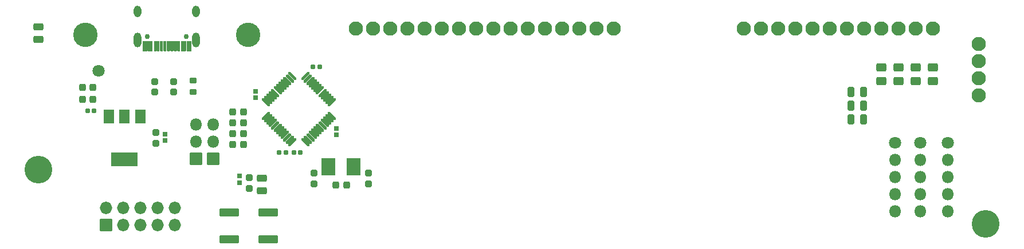
<source format=gbr>
%TF.GenerationSoftware,KiCad,Pcbnew,(6.0.1-0)*%
%TF.CreationDate,2022-01-17T22:32:28+01:00*%
%TF.ProjectId,modelh,6d6f6465-6c68-42e6-9b69-6361645f7063,v0.1*%
%TF.SameCoordinates,Original*%
%TF.FileFunction,Soldermask,Top*%
%TF.FilePolarity,Negative*%
%FSLAX46Y46*%
G04 Gerber Fmt 4.6, Leading zero omitted, Abs format (unit mm)*
G04 Created by KiCad (PCBNEW (6.0.1-0)) date 2022-01-17 22:32:28*
%MOMM*%
%LPD*%
G01*
G04 APERTURE LIST*
G04 Aperture macros list*
%AMRoundRect*
0 Rectangle with rounded corners*
0 $1 Rounding radius*
0 $2 $3 $4 $5 $6 $7 $8 $9 X,Y pos of 4 corners*
0 Add a 4 corners polygon primitive as box body*
4,1,4,$2,$3,$4,$5,$6,$7,$8,$9,$2,$3,0*
0 Add four circle primitives for the rounded corners*
1,1,$1+$1,$2,$3*
1,1,$1+$1,$4,$5*
1,1,$1+$1,$6,$7*
1,1,$1+$1,$8,$9*
0 Add four rect primitives between the rounded corners*
20,1,$1+$1,$2,$3,$4,$5,0*
20,1,$1+$1,$4,$5,$6,$7,0*
20,1,$1+$1,$6,$7,$8,$9,0*
20,1,$1+$1,$8,$9,$2,$3,0*%
G04 Aperture macros list end*
%ADD10C,2.101600*%
%ADD11C,3.601600*%
%ADD12C,4.101600*%
%ADD13RoundRect,0.269550X-0.256250X0.218750X-0.256250X-0.218750X0.256250X-0.218750X0.256250X0.218750X0*%
%ADD14RoundRect,0.269550X0.256250X-0.218750X0.256250X0.218750X-0.256250X0.218750X-0.256250X-0.218750X0*%
%ADD15RoundRect,0.050800X-0.750000X1.000000X-0.750000X-1.000000X0.750000X-1.000000X0.750000X1.000000X0*%
%ADD16RoundRect,0.050800X-1.900000X1.000000X-1.900000X-1.000000X1.900000X-1.000000X1.900000X1.000000X0*%
%ADD17RoundRect,0.269550X-0.218750X-0.256250X0.218750X-0.256250X0.218750X0.256250X-0.218750X0.256250X0*%
%ADD18RoundRect,0.269550X0.218750X0.256250X-0.218750X0.256250X-0.218750X-0.256250X0.218750X-0.256250X0*%
%ADD19RoundRect,0.050800X0.863600X-0.863600X0.863600X0.863600X-0.863600X0.863600X-0.863600X-0.863600X0*%
%ADD20O,1.828800X1.828800*%
%ADD21RoundRect,0.198300X0.172500X-0.147500X0.172500X0.147500X-0.172500X0.147500X-0.172500X-0.147500X0*%
%ADD22RoundRect,0.198300X0.147500X0.172500X-0.147500X0.172500X-0.147500X-0.172500X0.147500X-0.172500X0*%
%ADD23RoundRect,0.050800X1.375000X0.500000X-1.375000X0.500000X-1.375000X-0.500000X1.375000X-0.500000X0*%
%ADD24RoundRect,0.050800X0.850000X0.850000X-0.850000X0.850000X-0.850000X-0.850000X0.850000X-0.850000X0*%
%ADD25O,1.801600X1.801600*%
%ADD26RoundRect,0.125800X0.521491X-0.415425X-0.415425X0.521491X-0.521491X0.415425X0.415425X-0.521491X0*%
%ADD27RoundRect,0.125800X0.521491X0.415425X0.415425X0.521491X-0.521491X-0.415425X-0.415425X-0.521491X0*%
%ADD28C,1.801600*%
%ADD29RoundRect,0.050800X1.000000X1.200000X-1.000000X1.200000X-1.000000X-1.200000X1.000000X-1.200000X0*%
%ADD30RoundRect,0.294550X0.456250X-0.243750X0.456250X0.243750X-0.456250X0.243750X-0.456250X-0.243750X0*%
%ADD31RoundRect,0.198300X-0.172500X0.147500X-0.172500X-0.147500X0.172500X-0.147500X0.172500X0.147500X0*%
%ADD32RoundRect,0.300800X-0.450000X0.325000X-0.450000X-0.325000X0.450000X-0.325000X0.450000X0.325000X0*%
%ADD33RoundRect,0.294550X0.243750X0.456250X-0.243750X0.456250X-0.243750X-0.456250X0.243750X-0.456250X0*%
%ADD34RoundRect,0.198300X-0.147500X-0.172500X0.147500X-0.172500X0.147500X0.172500X-0.147500X0.172500X0*%
%ADD35RoundRect,0.294550X-0.456250X0.243750X-0.456250X-0.243750X0.456250X-0.243750X0.456250X0.243750X0*%
%ADD36C,0.751600*%
%ADD37RoundRect,0.050800X0.300000X0.725000X-0.300000X0.725000X-0.300000X-0.725000X0.300000X-0.725000X0*%
%ADD38RoundRect,0.050800X0.150000X0.725000X-0.150000X0.725000X-0.150000X-0.725000X0.150000X-0.725000X0*%
%ADD39O,1.101600X1.701600*%
%ADD40O,1.101600X2.201600*%
%ADD41RoundRect,0.250800X0.275000X-0.200000X0.275000X0.200000X-0.275000X0.200000X-0.275000X-0.200000X0*%
G04 APERTURE END LIST*
D10*
%TO.C,LEDs1*%
X208750000Y-53300000D03*
X208750000Y-55840000D03*
X208750000Y-58380000D03*
X208750000Y-60920000D03*
%TD*%
D11*
%TO.C,REF\u002A\u002A*%
X76770000Y-51990000D03*
%TD*%
%TO.C,REF\u002A\u002A*%
X100770000Y-51990000D03*
%TD*%
D12*
%TO.C,REF\u002A\u002A*%
X69770000Y-71990000D03*
%TD*%
%TO.C,REF\u002A\u002A*%
X209770000Y-79990000D03*
%TD*%
D13*
%TO.C,R3*%
X89770000Y-58890000D03*
X89770000Y-60465000D03*
%TD*%
D14*
%TO.C,C3*%
X87170000Y-68027500D03*
X87170000Y-66452500D03*
%TD*%
D15*
%TO.C,U2*%
X84820000Y-64090000D03*
D16*
X82520000Y-70390000D03*
D15*
X82520000Y-64090000D03*
X80220000Y-64090000D03*
%TD*%
D13*
%TO.C,R4*%
X86970000Y-58902500D03*
X86970000Y-60477500D03*
%TD*%
D17*
%TO.C,R5*%
X98482500Y-66640000D03*
X100057500Y-66640000D03*
%TD*%
D18*
%TO.C,R10*%
X100057500Y-65040000D03*
X98482500Y-65040000D03*
%TD*%
D19*
%TO.C,Debug1*%
X79770000Y-80140000D03*
D20*
X79770000Y-77600000D03*
X82310000Y-80140000D03*
X82310000Y-77600000D03*
X84850000Y-80140000D03*
X84850000Y-77600000D03*
X87390000Y-80140000D03*
X87390000Y-77600000D03*
X89930000Y-80140000D03*
X89930000Y-77600000D03*
%TD*%
D13*
%TO.C,C5*%
X118520000Y-72452500D03*
X118520000Y-74027500D03*
%TD*%
D18*
%TO.C,R6*%
X115307500Y-74240000D03*
X113732500Y-74240000D03*
%TD*%
D21*
%TO.C,C10*%
X101870000Y-61325000D03*
X101870000Y-60355000D03*
%TD*%
D22*
%TO.C,C12*%
X108505000Y-69440000D03*
X107535000Y-69440000D03*
%TD*%
D23*
%TO.C,SW1*%
X97990000Y-82290000D03*
X103750000Y-82290000D03*
X103750000Y-78290000D03*
X97990000Y-78290000D03*
%TD*%
D24*
%TO.C,boot_selector1*%
X95610000Y-70340000D03*
X93070000Y-70340000D03*
D25*
X95610000Y-67800000D03*
X93070000Y-67800000D03*
X95610000Y-65260000D03*
X93070000Y-65260000D03*
%TD*%
D22*
%TO.C,C2*%
X78040000Y-63240000D03*
X77070000Y-63240000D03*
%TD*%
D21*
%TO.C,C4*%
X88470000Y-67675000D03*
X88470000Y-66705000D03*
%TD*%
D26*
%TO.C,U1*%
X109268788Y-67877876D03*
X109622342Y-67524322D03*
X109975895Y-67170769D03*
X110329449Y-66817215D03*
X110683002Y-66463662D03*
X111036555Y-66110109D03*
X111390109Y-65756555D03*
X111743662Y-65403002D03*
X112097215Y-65049449D03*
X112450769Y-64695895D03*
X112804322Y-64342342D03*
X113157876Y-63988788D03*
D27*
X113157876Y-61991212D03*
X112804322Y-61637658D03*
X112450769Y-61284105D03*
X112097215Y-60930551D03*
X111743662Y-60576998D03*
X111390109Y-60223445D03*
X111036555Y-59869891D03*
X110683002Y-59516338D03*
X110329449Y-59162785D03*
X109975895Y-58809231D03*
X109622342Y-58455678D03*
X109268788Y-58102124D03*
D26*
X107271212Y-58102124D03*
X106917658Y-58455678D03*
X106564105Y-58809231D03*
X106210551Y-59162785D03*
X105856998Y-59516338D03*
X105503445Y-59869891D03*
X105149891Y-60223445D03*
X104796338Y-60576998D03*
X104442785Y-60930551D03*
X104089231Y-61284105D03*
X103735678Y-61637658D03*
X103382124Y-61991212D03*
D27*
X103382124Y-63988788D03*
X103735678Y-64342342D03*
X104089231Y-64695895D03*
X104442785Y-65049449D03*
X104796338Y-65403002D03*
X105149891Y-65756555D03*
X105503445Y-66110109D03*
X105856998Y-66463662D03*
X106210551Y-66817215D03*
X106564105Y-67170769D03*
X106917658Y-67524322D03*
X107271212Y-67877876D03*
%TD*%
D22*
%TO.C,C14*%
X106355000Y-69440000D03*
X105385000Y-69440000D03*
%TD*%
D28*
%TO.C,custom_leds_C1*%
X204170000Y-67940000D03*
D25*
X204170000Y-70480000D03*
X204170000Y-73020000D03*
X204170000Y-75560000D03*
X204170000Y-78100000D03*
%TD*%
D13*
%TO.C,C6*%
X110520000Y-72452500D03*
X110520000Y-74027500D03*
%TD*%
D28*
%TO.C,custom_leds_B1*%
X200070000Y-67940000D03*
D25*
X200070000Y-70480000D03*
X200070000Y-73020000D03*
X200070000Y-75560000D03*
X200070000Y-78100000D03*
%TD*%
D28*
%TO.C,custom_leds_A1*%
X196370000Y-67940000D03*
D25*
X196370000Y-70480000D03*
X196370000Y-73020000D03*
X196370000Y-75560000D03*
X196370000Y-78100000D03*
%TD*%
D29*
%TO.C,Y1*%
X116370000Y-71490000D03*
X112670000Y-71490000D03*
%TD*%
D30*
%TO.C,LED2*%
X102770000Y-75077500D03*
X102770000Y-73202500D03*
%TD*%
D13*
%TO.C,R2*%
X100970000Y-73152500D03*
X100970000Y-74727500D03*
%TD*%
D18*
%TO.C,R17*%
X100057500Y-68240000D03*
X98482500Y-68240000D03*
%TD*%
%TO.C,R18*%
X100057500Y-63440000D03*
X98482500Y-63440000D03*
%TD*%
D10*
%TO.C,Rows1*%
X173990000Y-51000000D03*
X176530000Y-51000000D03*
X179070000Y-51000000D03*
X181610000Y-51000000D03*
X184150000Y-51000000D03*
X186690000Y-51000000D03*
X189230000Y-51000000D03*
X191770000Y-51000000D03*
X194310000Y-51000000D03*
X196850000Y-51000000D03*
X199390000Y-51000000D03*
X201930000Y-51000000D03*
%TD*%
D31*
%TO.C,C9*%
X99470000Y-72905000D03*
X99470000Y-73875000D03*
%TD*%
D32*
%TO.C,R13*%
X196850000Y-56815000D03*
X196850000Y-58865000D03*
%TD*%
%TO.C,R12*%
X194310000Y-56790000D03*
X194310000Y-58840000D03*
%TD*%
%TO.C,R15*%
X201930000Y-56760000D03*
X201930000Y-58810000D03*
%TD*%
%TO.C,R14*%
X199390000Y-56815000D03*
X199390000Y-58865000D03*
%TD*%
D33*
%TO.C,R7*%
X191737500Y-60440000D03*
X189862500Y-60440000D03*
%TD*%
%TO.C,R8*%
X191737500Y-62470000D03*
X189862500Y-62470000D03*
%TD*%
%TO.C,R9*%
X191737500Y-64540000D03*
X189862500Y-64540000D03*
%TD*%
D34*
%TO.C,C13*%
X110385000Y-56740000D03*
X111355000Y-56740000D03*
%TD*%
D10*
%TO.C,Columns1*%
X116700000Y-51000000D03*
X119240000Y-51000000D03*
X121780000Y-51000000D03*
X124320000Y-51000000D03*
X126860000Y-51000000D03*
X129400000Y-51000000D03*
X131940000Y-51000000D03*
X134480000Y-51000000D03*
X137020000Y-51000000D03*
X139560000Y-51000000D03*
X142100000Y-51000000D03*
X144640000Y-51000000D03*
X147180000Y-51000000D03*
X149720000Y-51000000D03*
X152260000Y-51000000D03*
X154800000Y-51000000D03*
%TD*%
D28*
%TO.C,TP1*%
X78670000Y-57340000D03*
%TD*%
D18*
%TO.C,C1*%
X77870000Y-61540000D03*
X76295000Y-61540000D03*
%TD*%
D35*
%TO.C,LED1*%
X69770000Y-50802500D03*
X69770000Y-52677500D03*
%TD*%
D17*
%TO.C,R1*%
X76282500Y-59740000D03*
X77857500Y-59740000D03*
%TD*%
D31*
%TO.C,C11*%
X113800000Y-65815000D03*
X113800000Y-66785000D03*
%TD*%
D36*
%TO.C,USB_C1*%
X85880000Y-52190000D03*
X91660000Y-52190000D03*
D37*
X92020000Y-53635000D03*
X91220000Y-53635000D03*
D38*
X90020000Y-53635000D03*
X89020000Y-53635000D03*
X88520000Y-53635000D03*
X87520000Y-53635000D03*
D37*
X86320000Y-53635000D03*
X85520000Y-53635000D03*
X85520000Y-53635000D03*
X86320000Y-53635000D03*
D38*
X87020000Y-53635000D03*
X88020000Y-53635000D03*
X89520000Y-53635000D03*
X90520000Y-53635000D03*
D37*
X91220000Y-53635000D03*
X92020000Y-53635000D03*
D39*
X84450000Y-48540000D03*
D40*
X84450000Y-52720000D03*
X93090000Y-52720000D03*
D39*
X93090000Y-48540000D03*
%TD*%
D41*
%TO.C,R11*%
X92670000Y-60415000D03*
X92670000Y-58765000D03*
%TD*%
G36*
X107527335Y-67200033D02*
G01*
X107527365Y-67200941D01*
X107520101Y-67237456D01*
X107540652Y-67268215D01*
X107577153Y-67275476D01*
X107594006Y-67268495D01*
X107595989Y-67268756D01*
X107596754Y-67270604D01*
X107596185Y-67271757D01*
X106664881Y-68203061D01*
X106662949Y-68203579D01*
X106661535Y-68202165D01*
X106661505Y-68201257D01*
X106668769Y-68164742D01*
X106648218Y-68133983D01*
X106611717Y-68126722D01*
X106594864Y-68133703D01*
X106592881Y-68133442D01*
X106592116Y-68131594D01*
X106592685Y-68130441D01*
X107523989Y-67199137D01*
X107525921Y-67198619D01*
X107527335Y-67200033D01*
G37*
G36*
X109016223Y-67199349D02*
G01*
X109947527Y-68130653D01*
X109948045Y-68132585D01*
X109946631Y-68133999D01*
X109945723Y-68134029D01*
X109909208Y-68126765D01*
X109878449Y-68147316D01*
X109871188Y-68183817D01*
X109878169Y-68200670D01*
X109877908Y-68202653D01*
X109876060Y-68203418D01*
X109874907Y-68202849D01*
X108943603Y-67271545D01*
X108943085Y-67269613D01*
X108944499Y-67268199D01*
X108945407Y-67268169D01*
X108981922Y-67275433D01*
X109012681Y-67254882D01*
X109019942Y-67218381D01*
X109012961Y-67201528D01*
X109013222Y-67199545D01*
X109015070Y-67198780D01*
X109016223Y-67199349D01*
G37*
G36*
X107173783Y-66846479D02*
G01*
X107173813Y-66847387D01*
X107166549Y-66883900D01*
X107187101Y-66914659D01*
X107223602Y-66921920D01*
X107240453Y-66914940D01*
X107242436Y-66915201D01*
X107243201Y-66917049D01*
X107242632Y-66918202D01*
X106311326Y-67849508D01*
X106309394Y-67850026D01*
X106307980Y-67848612D01*
X106307950Y-67847704D01*
X106315214Y-67811191D01*
X106294662Y-67780432D01*
X106258161Y-67773171D01*
X106241310Y-67780151D01*
X106239327Y-67779890D01*
X106238562Y-67778042D01*
X106239131Y-67776889D01*
X107170437Y-66845583D01*
X107172369Y-66845065D01*
X107173783Y-66846479D01*
G37*
G36*
X109369775Y-66845795D02*
G01*
X110301081Y-67777101D01*
X110301599Y-67779033D01*
X110300185Y-67780447D01*
X110299277Y-67780477D01*
X110262764Y-67773213D01*
X110232005Y-67793765D01*
X110224744Y-67830266D01*
X110231724Y-67847117D01*
X110231463Y-67849100D01*
X110229615Y-67849865D01*
X110228462Y-67849296D01*
X109297156Y-66917990D01*
X109296638Y-66916058D01*
X109298052Y-66914644D01*
X109298960Y-66914614D01*
X109335473Y-66921878D01*
X109366232Y-66901326D01*
X109373493Y-66864825D01*
X109366513Y-66847974D01*
X109366774Y-66845991D01*
X109368622Y-66845226D01*
X109369775Y-66845795D01*
G37*
G36*
X106820228Y-66492926D02*
G01*
X106820258Y-66493834D01*
X106812994Y-66530349D01*
X106833545Y-66561108D01*
X106870046Y-66568369D01*
X106886899Y-66561388D01*
X106888882Y-66561649D01*
X106889647Y-66563497D01*
X106889078Y-66564650D01*
X105957774Y-67495954D01*
X105955842Y-67496472D01*
X105954428Y-67495058D01*
X105954398Y-67494150D01*
X105961662Y-67457635D01*
X105941111Y-67426876D01*
X105904610Y-67419615D01*
X105887757Y-67426596D01*
X105885774Y-67426335D01*
X105885009Y-67424487D01*
X105885578Y-67423334D01*
X106816882Y-66492030D01*
X106818814Y-66491512D01*
X106820228Y-66492926D01*
G37*
G36*
X109723330Y-66492242D02*
G01*
X110654634Y-67423546D01*
X110655152Y-67425478D01*
X110653738Y-67426892D01*
X110652830Y-67426922D01*
X110616315Y-67419658D01*
X110585556Y-67440209D01*
X110578295Y-67476710D01*
X110585276Y-67493563D01*
X110585015Y-67495546D01*
X110583167Y-67496311D01*
X110582014Y-67495742D01*
X109650710Y-66564438D01*
X109650192Y-66562506D01*
X109651606Y-66561092D01*
X109652514Y-66561062D01*
X109689029Y-66568326D01*
X109719788Y-66547775D01*
X109727049Y-66511274D01*
X109720068Y-66494421D01*
X109720329Y-66492438D01*
X109722177Y-66491673D01*
X109723330Y-66492242D01*
G37*
G36*
X106466676Y-66139372D02*
G01*
X106466706Y-66140280D01*
X106459442Y-66176793D01*
X106479994Y-66207552D01*
X106516495Y-66214813D01*
X106533346Y-66207833D01*
X106535329Y-66208094D01*
X106536094Y-66209942D01*
X106535525Y-66211095D01*
X105604219Y-67142401D01*
X105602287Y-67142919D01*
X105600873Y-67141505D01*
X105600843Y-67140597D01*
X105608107Y-67104084D01*
X105587555Y-67073325D01*
X105551054Y-67066064D01*
X105534203Y-67073044D01*
X105532220Y-67072783D01*
X105531455Y-67070935D01*
X105532024Y-67069782D01*
X106463330Y-66138476D01*
X106465262Y-66137958D01*
X106466676Y-66139372D01*
G37*
G36*
X110076882Y-66138688D02*
G01*
X111008188Y-67069994D01*
X111008706Y-67071926D01*
X111007292Y-67073340D01*
X111006384Y-67073370D01*
X110969871Y-67066106D01*
X110939112Y-67086658D01*
X110931851Y-67123159D01*
X110938831Y-67140010D01*
X110938570Y-67141993D01*
X110936722Y-67142758D01*
X110935569Y-67142189D01*
X110004263Y-66210883D01*
X110003745Y-66208951D01*
X110005159Y-66207537D01*
X110006067Y-66207507D01*
X110042580Y-66214771D01*
X110073339Y-66194219D01*
X110080600Y-66157718D01*
X110073620Y-66140867D01*
X110073881Y-66138884D01*
X110075729Y-66138119D01*
X110076882Y-66138688D01*
G37*
G36*
X106113123Y-65785819D02*
G01*
X106113153Y-65786727D01*
X106105889Y-65823240D01*
X106126441Y-65853999D01*
X106162942Y-65861260D01*
X106179793Y-65854280D01*
X106181776Y-65854541D01*
X106182541Y-65856389D01*
X106181972Y-65857542D01*
X105250666Y-66788848D01*
X105248734Y-66789366D01*
X105247320Y-66787952D01*
X105247290Y-66787044D01*
X105254554Y-66750531D01*
X105234002Y-66719772D01*
X105197501Y-66712511D01*
X105180650Y-66719491D01*
X105178667Y-66719230D01*
X105177902Y-66717382D01*
X105178471Y-66716229D01*
X106109777Y-65784923D01*
X106111709Y-65784405D01*
X106113123Y-65785819D01*
G37*
G36*
X110430435Y-65785135D02*
G01*
X111361741Y-66716441D01*
X111362259Y-66718373D01*
X111360845Y-66719787D01*
X111359937Y-66719817D01*
X111323424Y-66712553D01*
X111292665Y-66733105D01*
X111285404Y-66769606D01*
X111292384Y-66786457D01*
X111292123Y-66788440D01*
X111290275Y-66789205D01*
X111289122Y-66788636D01*
X110357816Y-65857330D01*
X110357298Y-65855398D01*
X110358712Y-65853984D01*
X110359620Y-65853954D01*
X110396133Y-65861218D01*
X110426892Y-65840666D01*
X110434153Y-65804165D01*
X110427173Y-65787314D01*
X110427434Y-65785331D01*
X110429282Y-65784566D01*
X110430435Y-65785135D01*
G37*
G36*
X105759568Y-65432266D02*
G01*
X105759598Y-65433174D01*
X105752334Y-65469689D01*
X105772885Y-65500448D01*
X105809386Y-65507709D01*
X105826239Y-65500728D01*
X105828222Y-65500989D01*
X105828987Y-65502837D01*
X105828418Y-65503990D01*
X104897114Y-66435294D01*
X104895182Y-66435812D01*
X104893768Y-66434398D01*
X104893738Y-66433490D01*
X104901002Y-66396975D01*
X104880451Y-66366216D01*
X104843950Y-66358955D01*
X104827097Y-66365936D01*
X104825114Y-66365675D01*
X104824349Y-66363827D01*
X104824918Y-66362674D01*
X105756222Y-65431370D01*
X105758154Y-65430852D01*
X105759568Y-65432266D01*
G37*
G36*
X110783990Y-65431582D02*
G01*
X111715294Y-66362886D01*
X111715812Y-66364818D01*
X111714398Y-66366232D01*
X111713490Y-66366262D01*
X111676975Y-66358998D01*
X111646216Y-66379549D01*
X111638955Y-66416050D01*
X111645936Y-66432903D01*
X111645675Y-66434886D01*
X111643827Y-66435651D01*
X111642674Y-66435082D01*
X110711370Y-65503778D01*
X110710852Y-65501846D01*
X110712266Y-65500432D01*
X110713174Y-65500402D01*
X110749689Y-65507666D01*
X110780448Y-65487115D01*
X110787709Y-65450614D01*
X110780728Y-65433761D01*
X110780989Y-65431778D01*
X110782837Y-65431013D01*
X110783990Y-65431582D01*
G37*
G36*
X105406016Y-65078712D02*
G01*
X105406046Y-65079620D01*
X105398782Y-65116133D01*
X105419334Y-65146892D01*
X105455835Y-65154153D01*
X105472686Y-65147173D01*
X105474669Y-65147434D01*
X105475434Y-65149282D01*
X105474865Y-65150435D01*
X104543559Y-66081741D01*
X104541627Y-66082259D01*
X104540213Y-66080845D01*
X104540183Y-66079937D01*
X104547447Y-66043424D01*
X104526895Y-66012665D01*
X104490394Y-66005404D01*
X104473543Y-66012384D01*
X104471560Y-66012123D01*
X104470795Y-66010275D01*
X104471364Y-66009122D01*
X105402670Y-65077816D01*
X105404602Y-65077298D01*
X105406016Y-65078712D01*
G37*
G36*
X111137542Y-65078028D02*
G01*
X112068848Y-66009334D01*
X112069366Y-66011266D01*
X112067952Y-66012680D01*
X112067044Y-66012710D01*
X112030531Y-66005446D01*
X111999772Y-66025998D01*
X111992511Y-66062499D01*
X111999491Y-66079350D01*
X111999230Y-66081333D01*
X111997382Y-66082098D01*
X111996229Y-66081529D01*
X111064923Y-65150223D01*
X111064405Y-65148291D01*
X111065819Y-65146877D01*
X111066727Y-65146847D01*
X111103240Y-65154111D01*
X111133999Y-65133559D01*
X111141260Y-65097058D01*
X111134280Y-65080207D01*
X111134541Y-65078224D01*
X111136389Y-65077459D01*
X111137542Y-65078028D01*
G37*
G36*
X105052463Y-64725159D02*
G01*
X105052493Y-64726067D01*
X105045229Y-64762580D01*
X105065781Y-64793339D01*
X105102282Y-64800600D01*
X105119133Y-64793620D01*
X105121116Y-64793881D01*
X105121881Y-64795729D01*
X105121312Y-64796882D01*
X104190006Y-65728188D01*
X104188074Y-65728706D01*
X104186660Y-65727292D01*
X104186630Y-65726384D01*
X104193894Y-65689871D01*
X104173342Y-65659112D01*
X104136841Y-65651851D01*
X104119990Y-65658831D01*
X104118007Y-65658570D01*
X104117242Y-65656722D01*
X104117811Y-65655569D01*
X105049117Y-64724263D01*
X105051049Y-64723745D01*
X105052463Y-64725159D01*
G37*
G36*
X111491095Y-64724475D02*
G01*
X112422401Y-65655781D01*
X112422919Y-65657713D01*
X112421505Y-65659127D01*
X112420597Y-65659157D01*
X112384084Y-65651893D01*
X112353325Y-65672445D01*
X112346064Y-65708946D01*
X112353044Y-65725797D01*
X112352783Y-65727780D01*
X112350935Y-65728545D01*
X112349782Y-65727976D01*
X111418476Y-64796670D01*
X111417958Y-64794738D01*
X111419372Y-64793324D01*
X111420280Y-64793294D01*
X111456793Y-64800558D01*
X111487552Y-64780006D01*
X111494813Y-64743505D01*
X111487833Y-64726654D01*
X111488094Y-64724671D01*
X111489942Y-64723906D01*
X111491095Y-64724475D01*
G37*
G36*
X104698908Y-64371606D02*
G01*
X104698938Y-64372514D01*
X104691674Y-64409029D01*
X104712225Y-64439788D01*
X104748726Y-64447049D01*
X104765579Y-64440068D01*
X104767562Y-64440329D01*
X104768327Y-64442177D01*
X104767758Y-64443330D01*
X103836454Y-65374634D01*
X103834522Y-65375152D01*
X103833108Y-65373738D01*
X103833078Y-65372830D01*
X103840342Y-65336315D01*
X103819791Y-65305556D01*
X103783290Y-65298295D01*
X103766437Y-65305276D01*
X103764454Y-65305015D01*
X103763689Y-65303167D01*
X103764258Y-65302014D01*
X104695562Y-64370710D01*
X104697494Y-64370192D01*
X104698908Y-64371606D01*
G37*
G36*
X111844650Y-64370922D02*
G01*
X112775954Y-65302226D01*
X112776472Y-65304158D01*
X112775058Y-65305572D01*
X112774150Y-65305602D01*
X112737635Y-65298338D01*
X112706876Y-65318889D01*
X112699615Y-65355390D01*
X112706596Y-65372243D01*
X112706335Y-65374226D01*
X112704487Y-65374991D01*
X112703334Y-65374422D01*
X111772030Y-64443118D01*
X111771512Y-64441186D01*
X111772926Y-64439772D01*
X111773834Y-64439742D01*
X111810349Y-64447006D01*
X111841108Y-64426455D01*
X111848369Y-64389954D01*
X111841388Y-64373101D01*
X111841649Y-64371118D01*
X111843497Y-64370353D01*
X111844650Y-64370922D01*
G37*
G36*
X104345356Y-64018052D02*
G01*
X104345386Y-64018960D01*
X104338122Y-64055473D01*
X104358674Y-64086232D01*
X104395175Y-64093493D01*
X104412026Y-64086513D01*
X104414009Y-64086774D01*
X104414774Y-64088622D01*
X104414205Y-64089775D01*
X103482899Y-65021081D01*
X103480967Y-65021599D01*
X103479553Y-65020185D01*
X103479523Y-65019277D01*
X103486787Y-64982764D01*
X103466235Y-64952005D01*
X103429734Y-64944744D01*
X103412883Y-64951724D01*
X103410900Y-64951463D01*
X103410135Y-64949615D01*
X103410704Y-64948462D01*
X104342010Y-64017156D01*
X104343942Y-64016638D01*
X104345356Y-64018052D01*
G37*
G36*
X112198202Y-64017368D02*
G01*
X113129508Y-64948674D01*
X113130026Y-64950606D01*
X113128612Y-64952020D01*
X113127704Y-64952050D01*
X113091191Y-64944786D01*
X113060432Y-64965338D01*
X113053171Y-65001839D01*
X113060151Y-65018690D01*
X113059890Y-65020673D01*
X113058042Y-65021438D01*
X113056889Y-65020869D01*
X112125583Y-64089563D01*
X112125065Y-64087631D01*
X112126479Y-64086217D01*
X112127387Y-64086187D01*
X112163900Y-64093451D01*
X112194659Y-64072899D01*
X112201920Y-64036398D01*
X112194940Y-64019547D01*
X112195201Y-64017564D01*
X112197049Y-64016799D01*
X112198202Y-64017368D01*
G37*
G36*
X103991801Y-63664499D02*
G01*
X103991831Y-63665407D01*
X103984567Y-63701922D01*
X104005118Y-63732681D01*
X104041619Y-63739942D01*
X104058472Y-63732961D01*
X104060455Y-63733222D01*
X104061220Y-63735070D01*
X104060651Y-63736223D01*
X103129347Y-64667527D01*
X103127415Y-64668045D01*
X103126001Y-64666631D01*
X103125971Y-64665723D01*
X103133235Y-64629208D01*
X103112684Y-64598449D01*
X103076183Y-64591188D01*
X103059330Y-64598169D01*
X103057347Y-64597908D01*
X103056582Y-64596060D01*
X103057151Y-64594907D01*
X103988455Y-63663603D01*
X103990387Y-63663085D01*
X103991801Y-63664499D01*
G37*
G36*
X112551757Y-63663815D02*
G01*
X113483061Y-64595119D01*
X113483579Y-64597051D01*
X113482165Y-64598465D01*
X113481257Y-64598495D01*
X113444742Y-64591231D01*
X113413983Y-64611782D01*
X113406722Y-64648283D01*
X113413703Y-64665136D01*
X113413442Y-64667119D01*
X113411594Y-64667884D01*
X113410441Y-64667315D01*
X112479137Y-63736011D01*
X112478619Y-63734079D01*
X112480033Y-63732665D01*
X112480941Y-63732635D01*
X112517456Y-63739899D01*
X112548215Y-63719348D01*
X112555476Y-63682847D01*
X112548495Y-63665994D01*
X112548756Y-63664011D01*
X112550604Y-63663246D01*
X112551757Y-63663815D01*
G37*
G36*
X113413999Y-61313369D02*
G01*
X113414029Y-61314277D01*
X113406765Y-61350792D01*
X113427316Y-61381551D01*
X113463817Y-61388812D01*
X113480670Y-61381831D01*
X113482653Y-61382092D01*
X113483418Y-61383940D01*
X113482849Y-61385093D01*
X112551545Y-62316397D01*
X112549613Y-62316915D01*
X112548199Y-62315501D01*
X112548169Y-62314593D01*
X112555433Y-62278078D01*
X112534882Y-62247319D01*
X112498381Y-62240058D01*
X112481528Y-62247039D01*
X112479545Y-62246778D01*
X112478780Y-62244930D01*
X112479349Y-62243777D01*
X113410653Y-61312473D01*
X113412585Y-61311955D01*
X113413999Y-61313369D01*
G37*
G36*
X103129559Y-61312685D02*
G01*
X104060863Y-62243989D01*
X104061381Y-62245921D01*
X104059967Y-62247335D01*
X104059059Y-62247365D01*
X104022544Y-62240101D01*
X103991785Y-62260652D01*
X103984524Y-62297153D01*
X103991505Y-62314006D01*
X103991244Y-62315989D01*
X103989396Y-62316754D01*
X103988243Y-62316185D01*
X103056939Y-61384881D01*
X103056421Y-61382949D01*
X103057835Y-61381535D01*
X103058743Y-61381505D01*
X103095258Y-61388769D01*
X103126017Y-61368218D01*
X103133278Y-61331717D01*
X103126297Y-61314864D01*
X103126558Y-61312881D01*
X103128406Y-61312116D01*
X103129559Y-61312685D01*
G37*
G36*
X113060447Y-60959815D02*
G01*
X113060477Y-60960723D01*
X113053213Y-60997236D01*
X113073765Y-61027995D01*
X113110266Y-61035256D01*
X113127117Y-61028276D01*
X113129100Y-61028537D01*
X113129865Y-61030385D01*
X113129296Y-61031538D01*
X112197990Y-61962844D01*
X112196058Y-61963362D01*
X112194644Y-61961948D01*
X112194614Y-61961040D01*
X112201878Y-61924527D01*
X112181326Y-61893768D01*
X112144825Y-61886507D01*
X112127974Y-61893487D01*
X112125991Y-61893226D01*
X112125226Y-61891378D01*
X112125795Y-61890225D01*
X113057101Y-60958919D01*
X113059033Y-60958401D01*
X113060447Y-60959815D01*
G37*
G36*
X103483111Y-60959131D02*
G01*
X104414417Y-61890437D01*
X104414935Y-61892369D01*
X104413521Y-61893783D01*
X104412613Y-61893813D01*
X104376100Y-61886549D01*
X104345341Y-61907101D01*
X104338080Y-61943602D01*
X104345060Y-61960453D01*
X104344799Y-61962436D01*
X104342951Y-61963201D01*
X104341798Y-61962632D01*
X103410492Y-61031326D01*
X103409974Y-61029394D01*
X103411388Y-61027980D01*
X103412296Y-61027950D01*
X103448809Y-61035214D01*
X103479568Y-61014662D01*
X103486829Y-60978161D01*
X103479849Y-60961310D01*
X103480110Y-60959327D01*
X103481958Y-60958562D01*
X103483111Y-60959131D01*
G37*
G36*
X112706892Y-60606262D02*
G01*
X112706922Y-60607170D01*
X112699658Y-60643685D01*
X112720209Y-60674444D01*
X112756710Y-60681705D01*
X112773563Y-60674724D01*
X112775546Y-60674985D01*
X112776311Y-60676833D01*
X112775742Y-60677986D01*
X111844438Y-61609290D01*
X111842506Y-61609808D01*
X111841092Y-61608394D01*
X111841062Y-61607486D01*
X111848326Y-61570971D01*
X111827775Y-61540212D01*
X111791274Y-61532951D01*
X111774421Y-61539932D01*
X111772438Y-61539671D01*
X111771673Y-61537823D01*
X111772242Y-61536670D01*
X112703546Y-60605366D01*
X112705478Y-60604848D01*
X112706892Y-60606262D01*
G37*
G36*
X103836666Y-60605578D02*
G01*
X104767970Y-61536882D01*
X104768488Y-61538814D01*
X104767074Y-61540228D01*
X104766166Y-61540258D01*
X104729651Y-61532994D01*
X104698892Y-61553545D01*
X104691631Y-61590046D01*
X104698612Y-61606899D01*
X104698351Y-61608882D01*
X104696503Y-61609647D01*
X104695350Y-61609078D01*
X103764046Y-60677774D01*
X103763528Y-60675842D01*
X103764942Y-60674428D01*
X103765850Y-60674398D01*
X103802365Y-60681662D01*
X103833124Y-60661111D01*
X103840385Y-60624610D01*
X103833404Y-60607757D01*
X103833665Y-60605774D01*
X103835513Y-60605009D01*
X103836666Y-60605578D01*
G37*
G36*
X112353340Y-60252708D02*
G01*
X112353370Y-60253616D01*
X112346106Y-60290129D01*
X112366658Y-60320888D01*
X112403159Y-60328149D01*
X112420010Y-60321169D01*
X112421993Y-60321430D01*
X112422758Y-60323278D01*
X112422189Y-60324431D01*
X111490883Y-61255737D01*
X111488951Y-61256255D01*
X111487537Y-61254841D01*
X111487507Y-61253933D01*
X111494771Y-61217420D01*
X111474219Y-61186661D01*
X111437718Y-61179400D01*
X111420867Y-61186380D01*
X111418884Y-61186119D01*
X111418119Y-61184271D01*
X111418688Y-61183118D01*
X112349994Y-60251812D01*
X112351926Y-60251294D01*
X112353340Y-60252708D01*
G37*
G36*
X104190218Y-60252024D02*
G01*
X105121524Y-61183330D01*
X105122042Y-61185262D01*
X105120628Y-61186676D01*
X105119720Y-61186706D01*
X105083207Y-61179442D01*
X105052448Y-61199994D01*
X105045187Y-61236495D01*
X105052167Y-61253346D01*
X105051906Y-61255329D01*
X105050058Y-61256094D01*
X105048905Y-61255525D01*
X104117599Y-60324219D01*
X104117081Y-60322287D01*
X104118495Y-60320873D01*
X104119403Y-60320843D01*
X104155916Y-60328107D01*
X104186675Y-60307555D01*
X104193936Y-60271054D01*
X104186956Y-60254203D01*
X104187217Y-60252220D01*
X104189065Y-60251455D01*
X104190218Y-60252024D01*
G37*
G36*
X111999787Y-59899155D02*
G01*
X111999817Y-59900063D01*
X111992553Y-59936576D01*
X112013105Y-59967335D01*
X112049606Y-59974596D01*
X112066457Y-59967616D01*
X112068440Y-59967877D01*
X112069205Y-59969725D01*
X112068636Y-59970878D01*
X111137330Y-60902184D01*
X111135398Y-60902702D01*
X111133984Y-60901288D01*
X111133954Y-60900380D01*
X111141218Y-60863867D01*
X111120666Y-60833108D01*
X111084165Y-60825847D01*
X111067314Y-60832827D01*
X111065331Y-60832566D01*
X111064566Y-60830718D01*
X111065135Y-60829565D01*
X111996441Y-59898259D01*
X111998373Y-59897741D01*
X111999787Y-59899155D01*
G37*
G36*
X104543771Y-59898471D02*
G01*
X105475077Y-60829777D01*
X105475595Y-60831709D01*
X105474181Y-60833123D01*
X105473273Y-60833153D01*
X105436760Y-60825889D01*
X105406001Y-60846441D01*
X105398740Y-60882942D01*
X105405720Y-60899793D01*
X105405459Y-60901776D01*
X105403611Y-60902541D01*
X105402458Y-60901972D01*
X104471152Y-59970666D01*
X104470634Y-59968734D01*
X104472048Y-59967320D01*
X104472956Y-59967290D01*
X104509469Y-59974554D01*
X104540228Y-59954002D01*
X104547489Y-59917501D01*
X104540509Y-59900650D01*
X104540770Y-59898667D01*
X104542618Y-59897902D01*
X104543771Y-59898471D01*
G37*
G36*
X111646232Y-59545602D02*
G01*
X111646262Y-59546510D01*
X111638998Y-59583025D01*
X111659549Y-59613784D01*
X111696050Y-59621045D01*
X111712903Y-59614064D01*
X111714886Y-59614325D01*
X111715651Y-59616173D01*
X111715082Y-59617326D01*
X110783778Y-60548630D01*
X110781846Y-60549148D01*
X110780432Y-60547734D01*
X110780402Y-60546826D01*
X110787666Y-60510311D01*
X110767115Y-60479552D01*
X110730614Y-60472291D01*
X110713761Y-60479272D01*
X110711778Y-60479011D01*
X110711013Y-60477163D01*
X110711582Y-60476010D01*
X111642886Y-59544706D01*
X111644818Y-59544188D01*
X111646232Y-59545602D01*
G37*
G36*
X104897326Y-59544918D02*
G01*
X105828630Y-60476222D01*
X105829148Y-60478154D01*
X105827734Y-60479568D01*
X105826826Y-60479598D01*
X105790311Y-60472334D01*
X105759552Y-60492885D01*
X105752291Y-60529386D01*
X105759272Y-60546239D01*
X105759011Y-60548222D01*
X105757163Y-60548987D01*
X105756010Y-60548418D01*
X104824706Y-59617114D01*
X104824188Y-59615182D01*
X104825602Y-59613768D01*
X104826510Y-59613738D01*
X104863025Y-59621002D01*
X104893784Y-59600451D01*
X104901045Y-59563950D01*
X104894064Y-59547097D01*
X104894325Y-59545114D01*
X104896173Y-59544349D01*
X104897326Y-59544918D01*
G37*
G36*
X111292680Y-59192048D02*
G01*
X111292710Y-59192956D01*
X111285446Y-59229469D01*
X111305998Y-59260228D01*
X111342499Y-59267489D01*
X111359350Y-59260509D01*
X111361333Y-59260770D01*
X111362098Y-59262618D01*
X111361529Y-59263771D01*
X110430223Y-60195077D01*
X110428291Y-60195595D01*
X110426877Y-60194181D01*
X110426847Y-60193273D01*
X110434111Y-60156760D01*
X110413559Y-60126001D01*
X110377058Y-60118740D01*
X110360207Y-60125720D01*
X110358224Y-60125459D01*
X110357459Y-60123611D01*
X110358028Y-60122458D01*
X111289334Y-59191152D01*
X111291266Y-59190634D01*
X111292680Y-59192048D01*
G37*
G36*
X105250878Y-59191364D02*
G01*
X106182184Y-60122670D01*
X106182702Y-60124602D01*
X106181288Y-60126016D01*
X106180380Y-60126046D01*
X106143867Y-60118782D01*
X106113108Y-60139334D01*
X106105847Y-60175835D01*
X106112827Y-60192686D01*
X106112566Y-60194669D01*
X106110718Y-60195434D01*
X106109565Y-60194865D01*
X105178259Y-59263559D01*
X105177741Y-59261627D01*
X105179155Y-59260213D01*
X105180063Y-59260183D01*
X105216576Y-59267447D01*
X105247335Y-59246895D01*
X105254596Y-59210394D01*
X105247616Y-59193543D01*
X105247877Y-59191560D01*
X105249725Y-59190795D01*
X105250878Y-59191364D01*
G37*
G36*
X110939127Y-58838495D02*
G01*
X110939157Y-58839403D01*
X110931893Y-58875916D01*
X110952445Y-58906675D01*
X110988946Y-58913936D01*
X111005797Y-58906956D01*
X111007780Y-58907217D01*
X111008545Y-58909065D01*
X111007976Y-58910218D01*
X110076670Y-59841524D01*
X110074738Y-59842042D01*
X110073324Y-59840628D01*
X110073294Y-59839720D01*
X110080558Y-59803207D01*
X110060006Y-59772448D01*
X110023505Y-59765187D01*
X110006654Y-59772167D01*
X110004671Y-59771906D01*
X110003906Y-59770058D01*
X110004475Y-59768905D01*
X110935781Y-58837599D01*
X110937713Y-58837081D01*
X110939127Y-58838495D01*
G37*
G36*
X105604431Y-58837811D02*
G01*
X106535737Y-59769117D01*
X106536255Y-59771049D01*
X106534841Y-59772463D01*
X106533933Y-59772493D01*
X106497420Y-59765229D01*
X106466661Y-59785781D01*
X106459400Y-59822282D01*
X106466380Y-59839133D01*
X106466119Y-59841116D01*
X106464271Y-59841881D01*
X106463118Y-59841312D01*
X105531812Y-58910006D01*
X105531294Y-58908074D01*
X105532708Y-58906660D01*
X105533616Y-58906630D01*
X105570129Y-58913894D01*
X105600888Y-58893342D01*
X105608149Y-58856841D01*
X105601169Y-58839990D01*
X105601430Y-58838007D01*
X105603278Y-58837242D01*
X105604431Y-58837811D01*
G37*
G36*
X110585572Y-58484942D02*
G01*
X110585602Y-58485850D01*
X110578338Y-58522365D01*
X110598889Y-58553124D01*
X110635390Y-58560385D01*
X110652243Y-58553404D01*
X110654226Y-58553665D01*
X110654991Y-58555513D01*
X110654422Y-58556666D01*
X109723118Y-59487970D01*
X109721186Y-59488488D01*
X109719772Y-59487074D01*
X109719742Y-59486166D01*
X109727006Y-59449651D01*
X109706455Y-59418892D01*
X109669954Y-59411631D01*
X109653101Y-59418612D01*
X109651118Y-59418351D01*
X109650353Y-59416503D01*
X109650922Y-59415350D01*
X110582226Y-58484046D01*
X110584158Y-58483528D01*
X110585572Y-58484942D01*
G37*
G36*
X105957986Y-58484258D02*
G01*
X106889290Y-59415562D01*
X106889808Y-59417494D01*
X106888394Y-59418908D01*
X106887486Y-59418938D01*
X106850971Y-59411674D01*
X106820212Y-59432225D01*
X106812951Y-59468726D01*
X106819932Y-59485579D01*
X106819671Y-59487562D01*
X106817823Y-59488327D01*
X106816670Y-59487758D01*
X105885366Y-58556454D01*
X105884848Y-58554522D01*
X105886262Y-58553108D01*
X105887170Y-58553078D01*
X105923685Y-58560342D01*
X105954444Y-58539791D01*
X105961705Y-58503290D01*
X105954724Y-58486437D01*
X105954985Y-58484454D01*
X105956833Y-58483689D01*
X105957986Y-58484258D01*
G37*
G36*
X110232020Y-58131388D02*
G01*
X110232050Y-58132296D01*
X110224786Y-58168809D01*
X110245338Y-58199568D01*
X110281839Y-58206829D01*
X110298690Y-58199849D01*
X110300673Y-58200110D01*
X110301438Y-58201958D01*
X110300869Y-58203111D01*
X109369563Y-59134417D01*
X109367631Y-59134935D01*
X109366217Y-59133521D01*
X109366187Y-59132613D01*
X109373451Y-59096100D01*
X109352899Y-59065341D01*
X109316398Y-59058080D01*
X109299547Y-59065060D01*
X109297564Y-59064799D01*
X109296799Y-59062951D01*
X109297368Y-59061798D01*
X110228674Y-58130492D01*
X110230606Y-58129974D01*
X110232020Y-58131388D01*
G37*
G36*
X106311538Y-58130704D02*
G01*
X107242844Y-59062010D01*
X107243362Y-59063942D01*
X107241948Y-59065356D01*
X107241040Y-59065386D01*
X107204527Y-59058122D01*
X107173768Y-59078674D01*
X107166507Y-59115175D01*
X107173487Y-59132026D01*
X107173226Y-59134009D01*
X107171378Y-59134774D01*
X107170225Y-59134205D01*
X106238919Y-58202899D01*
X106238401Y-58200967D01*
X106239815Y-58199553D01*
X106240723Y-58199523D01*
X106277236Y-58206787D01*
X106307995Y-58186235D01*
X106315256Y-58149734D01*
X106308276Y-58132883D01*
X106308537Y-58130900D01*
X106310385Y-58130135D01*
X106311538Y-58130704D01*
G37*
G36*
X109878465Y-57777835D02*
G01*
X109878495Y-57778743D01*
X109871231Y-57815258D01*
X109891782Y-57846017D01*
X109928283Y-57853278D01*
X109945136Y-57846297D01*
X109947119Y-57846558D01*
X109947884Y-57848406D01*
X109947315Y-57849559D01*
X109016011Y-58780863D01*
X109014079Y-58781381D01*
X109012665Y-58779967D01*
X109012635Y-58779059D01*
X109019899Y-58742544D01*
X108999348Y-58711785D01*
X108962847Y-58704524D01*
X108945994Y-58711505D01*
X108944011Y-58711244D01*
X108943246Y-58709396D01*
X108943815Y-58708243D01*
X109875119Y-57776939D01*
X109877051Y-57776421D01*
X109878465Y-57777835D01*
G37*
G36*
X106665093Y-57777151D02*
G01*
X107596397Y-58708455D01*
X107596915Y-58710387D01*
X107595501Y-58711801D01*
X107594593Y-58711831D01*
X107558078Y-58704567D01*
X107527319Y-58725118D01*
X107520058Y-58761619D01*
X107527039Y-58778472D01*
X107526778Y-58780455D01*
X107524930Y-58781220D01*
X107523777Y-58780651D01*
X106592473Y-57849347D01*
X106591955Y-57847415D01*
X106593369Y-57846001D01*
X106594277Y-57845971D01*
X106630792Y-57853235D01*
X106661551Y-57832684D01*
X106668812Y-57796183D01*
X106661831Y-57779330D01*
X106662092Y-57777347D01*
X106663940Y-57776582D01*
X106665093Y-57777151D01*
G37*
G36*
X87222463Y-52912704D02*
G01*
X87243146Y-52943660D01*
X87279429Y-52950878D01*
X87310372Y-52930202D01*
X87317352Y-52913352D01*
X87318939Y-52912134D01*
X87320787Y-52912899D01*
X87321200Y-52914117D01*
X87321200Y-54356185D01*
X87320200Y-54357917D01*
X87318200Y-54357917D01*
X87317537Y-54357296D01*
X87296854Y-54326340D01*
X87260571Y-54319122D01*
X87229628Y-54339798D01*
X87222648Y-54356648D01*
X87221061Y-54357866D01*
X87219213Y-54357101D01*
X87218800Y-54355883D01*
X87218800Y-52913815D01*
X87219800Y-52912083D01*
X87221800Y-52912083D01*
X87222463Y-52912704D01*
G37*
G36*
X87722463Y-52912704D02*
G01*
X87743146Y-52943660D01*
X87779429Y-52950878D01*
X87810372Y-52930202D01*
X87817352Y-52913352D01*
X87818939Y-52912134D01*
X87820787Y-52912899D01*
X87821200Y-52914117D01*
X87821200Y-54356185D01*
X87820200Y-54357917D01*
X87818200Y-54357917D01*
X87817537Y-54357296D01*
X87796854Y-54326340D01*
X87760571Y-54319122D01*
X87729628Y-54339798D01*
X87722648Y-54356648D01*
X87721061Y-54357866D01*
X87719213Y-54357101D01*
X87718800Y-54355883D01*
X87718800Y-52913815D01*
X87719800Y-52912083D01*
X87721800Y-52912083D01*
X87722463Y-52912704D01*
G37*
G36*
X91572463Y-52912704D02*
G01*
X91593146Y-52943660D01*
X91629429Y-52950878D01*
X91660372Y-52930202D01*
X91667352Y-52913352D01*
X91668939Y-52912134D01*
X91670787Y-52912899D01*
X91671200Y-52914117D01*
X91671200Y-54356185D01*
X91670200Y-54357917D01*
X91668200Y-54357917D01*
X91667537Y-54357296D01*
X91646854Y-54326340D01*
X91610571Y-54319122D01*
X91579628Y-54339798D01*
X91572648Y-54356648D01*
X91571061Y-54357866D01*
X91569213Y-54357101D01*
X91568800Y-54355883D01*
X91568800Y-52913815D01*
X91569800Y-52912083D01*
X91571800Y-52912083D01*
X91572463Y-52912704D01*
G37*
G36*
X85872463Y-52912704D02*
G01*
X85893146Y-52943660D01*
X85929429Y-52950878D01*
X85960372Y-52930202D01*
X85967352Y-52913352D01*
X85968939Y-52912134D01*
X85970787Y-52912899D01*
X85971200Y-52914117D01*
X85971200Y-54356185D01*
X85970200Y-54357917D01*
X85968200Y-54357917D01*
X85967537Y-54357296D01*
X85946854Y-54326340D01*
X85910571Y-54319122D01*
X85879628Y-54339798D01*
X85872648Y-54356648D01*
X85871061Y-54357866D01*
X85869213Y-54357101D01*
X85868800Y-54355883D01*
X85868800Y-52913815D01*
X85869800Y-52912083D01*
X85871800Y-52912083D01*
X85872463Y-52912704D01*
G37*
G36*
X88222463Y-52912704D02*
G01*
X88243146Y-52943660D01*
X88279429Y-52950878D01*
X88310372Y-52930202D01*
X88317352Y-52913352D01*
X88318939Y-52912134D01*
X88320787Y-52912899D01*
X88321200Y-52914117D01*
X88321200Y-54356185D01*
X88320200Y-54357917D01*
X88318200Y-54357917D01*
X88317537Y-54357296D01*
X88296854Y-54326340D01*
X88260571Y-54319122D01*
X88229628Y-54339798D01*
X88222648Y-54356648D01*
X88221061Y-54357866D01*
X88219213Y-54357101D01*
X88218800Y-54355883D01*
X88218800Y-52913815D01*
X88219800Y-52912083D01*
X88221800Y-52912083D01*
X88222463Y-52912704D01*
G37*
G36*
X88722463Y-52912704D02*
G01*
X88743146Y-52943660D01*
X88779429Y-52950878D01*
X88810372Y-52930202D01*
X88817352Y-52913352D01*
X88818939Y-52912134D01*
X88820787Y-52912899D01*
X88821200Y-52914117D01*
X88821200Y-54356185D01*
X88820200Y-54357917D01*
X88818200Y-54357917D01*
X88817537Y-54357296D01*
X88796854Y-54326340D01*
X88760571Y-54319122D01*
X88729628Y-54339798D01*
X88722648Y-54356648D01*
X88721061Y-54357866D01*
X88719213Y-54357101D01*
X88718800Y-54355883D01*
X88718800Y-52913815D01*
X88719800Y-52912083D01*
X88721800Y-52912083D01*
X88722463Y-52912704D01*
G37*
G36*
X89222463Y-52912704D02*
G01*
X89243146Y-52943660D01*
X89279429Y-52950878D01*
X89310372Y-52930202D01*
X89317352Y-52913352D01*
X89318939Y-52912134D01*
X89320787Y-52912899D01*
X89321200Y-52914117D01*
X89321200Y-54356185D01*
X89320200Y-54357917D01*
X89318200Y-54357917D01*
X89317537Y-54357296D01*
X89296854Y-54326340D01*
X89260571Y-54319122D01*
X89229628Y-54339798D01*
X89222648Y-54356648D01*
X89221061Y-54357866D01*
X89219213Y-54357101D01*
X89218800Y-54355883D01*
X89218800Y-52913815D01*
X89219800Y-52912083D01*
X89221800Y-52912083D01*
X89222463Y-52912704D01*
G37*
G36*
X89722463Y-52912704D02*
G01*
X89743146Y-52943660D01*
X89779429Y-52950878D01*
X89810372Y-52930202D01*
X89817352Y-52913352D01*
X89818939Y-52912134D01*
X89820787Y-52912899D01*
X89821200Y-52914117D01*
X89821200Y-54356185D01*
X89820200Y-54357917D01*
X89818200Y-54357917D01*
X89817537Y-54357296D01*
X89796854Y-54326340D01*
X89760571Y-54319122D01*
X89729628Y-54339798D01*
X89722648Y-54356648D01*
X89721061Y-54357866D01*
X89719213Y-54357101D01*
X89718800Y-54355883D01*
X89718800Y-52913815D01*
X89719800Y-52912083D01*
X89721800Y-52912083D01*
X89722463Y-52912704D01*
G37*
G36*
X90222463Y-52912704D02*
G01*
X90243146Y-52943660D01*
X90279429Y-52950878D01*
X90310372Y-52930202D01*
X90317352Y-52913352D01*
X90318939Y-52912134D01*
X90320787Y-52912899D01*
X90321200Y-52914117D01*
X90321200Y-54356185D01*
X90320200Y-54357917D01*
X90318200Y-54357917D01*
X90317537Y-54357296D01*
X90296854Y-54326340D01*
X90260571Y-54319122D01*
X90229628Y-54339798D01*
X90222648Y-54356648D01*
X90221061Y-54357866D01*
X90219213Y-54357101D01*
X90218800Y-54355883D01*
X90218800Y-52913815D01*
X90219800Y-52912083D01*
X90221800Y-52912083D01*
X90222463Y-52912704D01*
G37*
M02*

</source>
